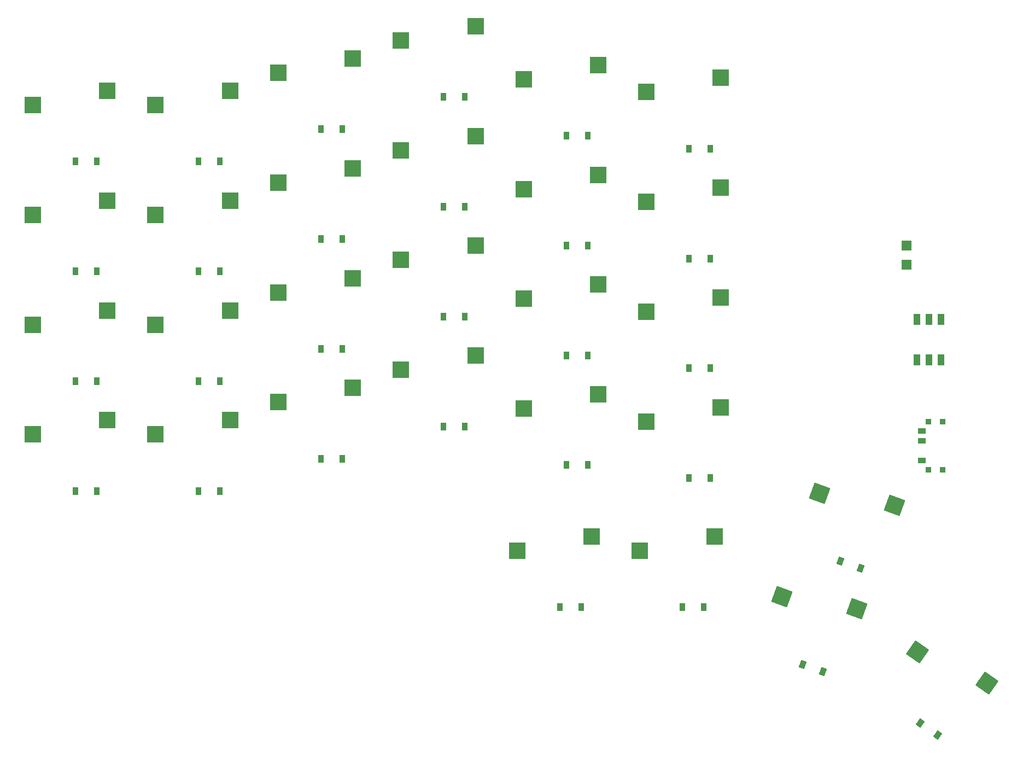
<source format=gbr>
%TF.GenerationSoftware,KiCad,Pcbnew,(7.0.0-0)*%
%TF.CreationDate,2023-05-03T13:23:33-05:00*%
%TF.ProjectId,boardv3,626f6172-6476-4332-9e6b-696361645f70,v1.0.0*%
%TF.SameCoordinates,Original*%
%TF.FileFunction,Paste,Top*%
%TF.FilePolarity,Positive*%
%FSLAX46Y46*%
G04 Gerber Fmt 4.6, Leading zero omitted, Abs format (unit mm)*
G04 Created by KiCad (PCBNEW (7.0.0-0)) date 2023-05-03 13:23:33*
%MOMM*%
%LPD*%
G01*
G04 APERTURE LIST*
G04 Aperture macros list*
%AMRotRect*
0 Rectangle, with rotation*
0 The origin of the aperture is its center*
0 $1 length*
0 $2 width*
0 $3 Rotation angle, in degrees counterclockwise*
0 Add horizontal line*
21,1,$1,$2,0,0,$3*%
G04 Aperture macros list end*
%ADD10R,1.100000X1.800000*%
%ADD11R,0.900000X1.200000*%
%ADD12RotRect,0.900000X1.200000X340.000000*%
%ADD13R,2.600000X2.600000*%
%ADD14RotRect,2.600000X2.600000X340.000000*%
%ADD15R,1.500000X1.500000*%
%ADD16R,0.900000X0.900000*%
%ADD17R,1.250000X0.900000*%
%ADD18RotRect,0.900000X1.200000X325.000000*%
%ADD19RotRect,2.600000X2.600000X325.000000*%
G04 APERTURE END LIST*
D10*
%TO.C,B1*%
X132659999Y-1829999D03*
X132659999Y4369999D03*
X128959999Y-1829999D03*
X130759999Y-1829999D03*
X130759999Y4369999D03*
X128959999Y4369999D03*
%TD*%
D11*
%TO.C,D15*%
X55631199Y21846699D03*
X58931199Y21846699D03*
%TD*%
%TO.C,D26*%
X92631199Y-40153299D03*
X95931199Y-40153299D03*
%TD*%
%TO.C,D5*%
X17631199Y-22153299D03*
X20931199Y-22153299D03*
%TD*%
D12*
%TO.C,D27*%
X111266006Y-48984566D03*
X114366992Y-50113232D03*
%TD*%
D11*
%TO.C,D17*%
X74631199Y-18153299D03*
X77931199Y-18153299D03*
%TD*%
D13*
%TO.C,S21*%
X98556199Y-9203299D03*
X87006199Y-11403299D03*
%TD*%
D11*
%TO.C,D4*%
X-1368799Y28846699D03*
X1931199Y28846699D03*
%TD*%
D14*
%TO.C,S27*%
X119639112Y-40379444D03*
X108033218Y-38496435D03*
%TD*%
D11*
%TO.C,D10*%
X36631199Y-153299D03*
X39931199Y-153299D03*
%TD*%
D13*
%TO.C,S6*%
X22556199Y5796699D03*
X11006199Y3596699D03*
%TD*%
%TO.C,S18*%
X79556199Y9796699D03*
X68006199Y7596699D03*
%TD*%
D15*
%TO.C,PAD2*%
X127281199Y15846699D03*
%TD*%
D13*
%TO.C,S16*%
X60556199Y49796699D03*
X49006199Y47596699D03*
%TD*%
D11*
%TO.C,D2*%
X-1368799Y-5153299D03*
X1931199Y-5153299D03*
%TD*%
D16*
%TO.C,T2*%
X132881199Y-11453299D03*
X130681199Y-18853299D03*
X130681199Y-11453299D03*
X132881199Y-18853299D03*
D17*
X129706199Y-17403299D03*
X129706199Y-14403299D03*
X129706199Y-12903299D03*
%TD*%
D13*
%TO.C,S23*%
X98556199Y24796699D03*
X87006199Y22596699D03*
%TD*%
%TO.C,S7*%
X22556199Y22796699D03*
X11006199Y20596699D03*
%TD*%
%TO.C,S4*%
X3556199Y39796699D03*
X-7993799Y37596699D03*
%TD*%
D11*
%TO.C,D8*%
X17631199Y28846699D03*
X20931199Y28846699D03*
%TD*%
D13*
%TO.C,S14*%
X60556199Y15796699D03*
X49006199Y13596699D03*
%TD*%
D11*
%TO.C,D7*%
X17631199Y11846699D03*
X20931199Y11846699D03*
%TD*%
D13*
%TO.C,S19*%
X79556199Y26796699D03*
X68006199Y24596699D03*
%TD*%
%TO.C,S10*%
X41556199Y10796699D03*
X30006199Y8596699D03*
%TD*%
D18*
%TO.C,D29*%
X129412798Y-58055998D03*
X132116000Y-59948800D03*
%TD*%
D13*
%TO.C,S2*%
X3556199Y5796699D03*
X-7993799Y3596699D03*
%TD*%
D11*
%TO.C,D3*%
X-1368799Y11846699D03*
X1931199Y11846699D03*
%TD*%
D13*
%TO.C,S11*%
X41556199Y27796699D03*
X30006199Y25596699D03*
%TD*%
D11*
%TO.C,D22*%
X93631199Y-3153299D03*
X96931199Y-3153299D03*
%TD*%
D13*
%TO.C,S22*%
X98556199Y7796699D03*
X87006199Y5596699D03*
%TD*%
D11*
%TO.C,D12*%
X36631199Y33846699D03*
X39931199Y33846699D03*
%TD*%
%TO.C,D6*%
X17631199Y-5153299D03*
X20931199Y-5153299D03*
%TD*%
D13*
%TO.C,S20*%
X79556199Y43796699D03*
X68006199Y41596699D03*
%TD*%
%TO.C,S26*%
X97556199Y-29203299D03*
X86006199Y-31403299D03*
%TD*%
D15*
%TO.C,PAD1*%
X127281199Y12846699D03*
%TD*%
D13*
%TO.C,S9*%
X41556199Y-6203299D03*
X30006199Y-8403299D03*
%TD*%
D11*
%TO.C,D23*%
X93631199Y13846699D03*
X96931199Y13846699D03*
%TD*%
D13*
%TO.C,S5*%
X22556199Y-11203299D03*
X11006199Y-13403299D03*
%TD*%
D12*
%TO.C,D28*%
X117080406Y-33009866D03*
X120181392Y-34138532D03*
%TD*%
D13*
%TO.C,S3*%
X3556199Y22796699D03*
X-7993799Y20596699D03*
%TD*%
%TO.C,S25*%
X78556199Y-29203299D03*
X67006199Y-31403299D03*
%TD*%
%TO.C,S15*%
X60556199Y32796699D03*
X49006199Y30596699D03*
%TD*%
%TO.C,S1*%
X3556199Y-11203299D03*
X-7993799Y-13403299D03*
%TD*%
D11*
%TO.C,D9*%
X36631199Y-17153299D03*
X39931199Y-17153299D03*
%TD*%
D13*
%TO.C,S12*%
X41556199Y44796699D03*
X30006199Y42596699D03*
%TD*%
%TO.C,S8*%
X22556199Y39796699D03*
X11006199Y37596699D03*
%TD*%
D11*
%TO.C,D25*%
X73631199Y-40153299D03*
X76931199Y-40153299D03*
%TD*%
%TO.C,D20*%
X74631199Y32846699D03*
X77931199Y32846699D03*
%TD*%
%TO.C,D21*%
X93631199Y-20153299D03*
X96931199Y-20153299D03*
%TD*%
%TO.C,D1*%
X-1368799Y-22153299D03*
X1931199Y-22153299D03*
%TD*%
%TO.C,D18*%
X74631199Y-1153299D03*
X77931199Y-1153299D03*
%TD*%
%TO.C,D14*%
X55631199Y4846699D03*
X58931199Y4846699D03*
%TD*%
%TO.C,D11*%
X36631199Y16846699D03*
X39931199Y16846699D03*
%TD*%
D13*
%TO.C,S13*%
X60556199Y-1203299D03*
X49006199Y-3403299D03*
%TD*%
D11*
%TO.C,D13*%
X55631199Y-12153299D03*
X58931199Y-12153299D03*
%TD*%
D13*
%TO.C,S17*%
X79556199Y-7203299D03*
X68006199Y-9403299D03*
%TD*%
%TO.C,S24*%
X98556199Y41796699D03*
X87006199Y39596699D03*
%TD*%
D11*
%TO.C,D16*%
X55631199Y38846699D03*
X58931199Y38846699D03*
%TD*%
D14*
%TO.C,S28*%
X125453512Y-24404644D03*
X113847618Y-22521635D03*
%TD*%
D19*
%TO.C,S29*%
X139727802Y-51911107D03*
X129004727Y-47088434D03*
%TD*%
D11*
%TO.C,D19*%
X74631199Y15846699D03*
X77931199Y15846699D03*
%TD*%
%TO.C,D24*%
X93631199Y30846699D03*
X96931199Y30846699D03*
%TD*%
M02*

</source>
